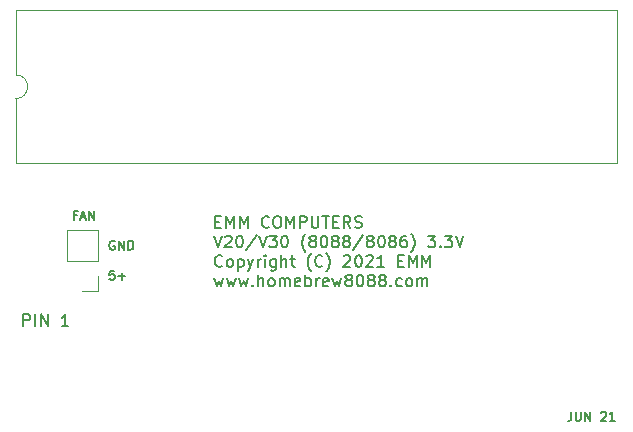
<source format=gbr>
G04 #@! TF.GenerationSoftware,KiCad,Pcbnew,(5.1.8)-1*
G04 #@! TF.CreationDate,2021-06-12T10:48:47-06:00*
G04 #@! TF.ProjectId,Single Chip,53696e67-6c65-4204-9368-69702e6b6963,rev?*
G04 #@! TF.SameCoordinates,Original*
G04 #@! TF.FileFunction,Legend,Top*
G04 #@! TF.FilePolarity,Positive*
%FSLAX46Y46*%
G04 Gerber Fmt 4.6, Leading zero omitted, Abs format (unit mm)*
G04 Created by KiCad (PCBNEW (5.1.8)-1) date 2021-06-12 10:48:47*
%MOMM*%
%LPD*%
G01*
G04 APERTURE LIST*
%ADD10C,0.150000*%
%ADD11C,0.120000*%
G04 APERTURE END LIST*
D10*
X170168642Y-100166714D02*
X170168642Y-100711000D01*
X170132357Y-100819857D01*
X170059785Y-100892428D01*
X169950928Y-100928714D01*
X169878357Y-100928714D01*
X170531500Y-100166714D02*
X170531500Y-100783571D01*
X170567785Y-100856142D01*
X170604071Y-100892428D01*
X170676642Y-100928714D01*
X170821785Y-100928714D01*
X170894357Y-100892428D01*
X170930642Y-100856142D01*
X170966928Y-100783571D01*
X170966928Y-100166714D01*
X171329785Y-100928714D02*
X171329785Y-100166714D01*
X171765214Y-100928714D01*
X171765214Y-100166714D01*
X172672357Y-100239285D02*
X172708642Y-100203000D01*
X172781214Y-100166714D01*
X172962642Y-100166714D01*
X173035214Y-100203000D01*
X173071500Y-100239285D01*
X173107785Y-100311857D01*
X173107785Y-100384428D01*
X173071500Y-100493285D01*
X172636071Y-100928714D01*
X173107785Y-100928714D01*
X173833500Y-100928714D02*
X173398071Y-100928714D01*
X173615785Y-100928714D02*
X173615785Y-100166714D01*
X173543214Y-100275571D01*
X173470642Y-100348142D01*
X173398071Y-100384428D01*
X128294928Y-83511571D02*
X128040928Y-83511571D01*
X128040928Y-83910714D02*
X128040928Y-83148714D01*
X128403785Y-83148714D01*
X128657785Y-83693000D02*
X129020642Y-83693000D01*
X128585214Y-83910714D02*
X128839214Y-83148714D01*
X129093214Y-83910714D01*
X129347214Y-83910714D02*
X129347214Y-83148714D01*
X129782642Y-83910714D01*
X129782642Y-83148714D01*
X123779595Y-92908380D02*
X123779595Y-91908380D01*
X124160547Y-91908380D01*
X124255785Y-91956000D01*
X124303404Y-92003619D01*
X124351023Y-92098857D01*
X124351023Y-92241714D01*
X124303404Y-92336952D01*
X124255785Y-92384571D01*
X124160547Y-92432190D01*
X123779595Y-92432190D01*
X124779595Y-92908380D02*
X124779595Y-91908380D01*
X125255785Y-92908380D02*
X125255785Y-91908380D01*
X125827214Y-92908380D01*
X125827214Y-91908380D01*
X127589119Y-92908380D02*
X127017690Y-92908380D01*
X127303404Y-92908380D02*
X127303404Y-91908380D01*
X127208166Y-92051238D01*
X127112928Y-92146476D01*
X127017690Y-92194095D01*
X131488071Y-85725000D02*
X131415500Y-85688714D01*
X131306642Y-85688714D01*
X131197785Y-85725000D01*
X131125214Y-85797571D01*
X131088928Y-85870142D01*
X131052642Y-86015285D01*
X131052642Y-86124142D01*
X131088928Y-86269285D01*
X131125214Y-86341857D01*
X131197785Y-86414428D01*
X131306642Y-86450714D01*
X131379214Y-86450714D01*
X131488071Y-86414428D01*
X131524357Y-86378142D01*
X131524357Y-86124142D01*
X131379214Y-86124142D01*
X131850928Y-86450714D02*
X131850928Y-85688714D01*
X132286357Y-86450714D01*
X132286357Y-85688714D01*
X132649214Y-86450714D02*
X132649214Y-85688714D01*
X132830642Y-85688714D01*
X132939500Y-85725000D01*
X133012071Y-85797571D01*
X133048357Y-85870142D01*
X133084642Y-86015285D01*
X133084642Y-86124142D01*
X133048357Y-86269285D01*
X133012071Y-86341857D01*
X132939500Y-86414428D01*
X132830642Y-86450714D01*
X132649214Y-86450714D01*
X131451785Y-88228714D02*
X131088928Y-88228714D01*
X131052642Y-88591571D01*
X131088928Y-88555285D01*
X131161500Y-88519000D01*
X131342928Y-88519000D01*
X131415500Y-88555285D01*
X131451785Y-88591571D01*
X131488071Y-88664142D01*
X131488071Y-88845571D01*
X131451785Y-88918142D01*
X131415500Y-88954428D01*
X131342928Y-88990714D01*
X131161500Y-88990714D01*
X131088928Y-88954428D01*
X131052642Y-88918142D01*
X131814642Y-88700428D02*
X132395214Y-88700428D01*
X132104928Y-88990714D02*
X132104928Y-88410142D01*
X140035595Y-84067571D02*
X140368928Y-84067571D01*
X140511785Y-84591380D02*
X140035595Y-84591380D01*
X140035595Y-83591380D01*
X140511785Y-83591380D01*
X140940357Y-84591380D02*
X140940357Y-83591380D01*
X141273690Y-84305666D01*
X141607023Y-83591380D01*
X141607023Y-84591380D01*
X142083214Y-84591380D02*
X142083214Y-83591380D01*
X142416547Y-84305666D01*
X142749880Y-83591380D01*
X142749880Y-84591380D01*
X144559404Y-84496142D02*
X144511785Y-84543761D01*
X144368928Y-84591380D01*
X144273690Y-84591380D01*
X144130833Y-84543761D01*
X144035595Y-84448523D01*
X143987976Y-84353285D01*
X143940357Y-84162809D01*
X143940357Y-84019952D01*
X143987976Y-83829476D01*
X144035595Y-83734238D01*
X144130833Y-83639000D01*
X144273690Y-83591380D01*
X144368928Y-83591380D01*
X144511785Y-83639000D01*
X144559404Y-83686619D01*
X145178452Y-83591380D02*
X145368928Y-83591380D01*
X145464166Y-83639000D01*
X145559404Y-83734238D01*
X145607023Y-83924714D01*
X145607023Y-84258047D01*
X145559404Y-84448523D01*
X145464166Y-84543761D01*
X145368928Y-84591380D01*
X145178452Y-84591380D01*
X145083214Y-84543761D01*
X144987976Y-84448523D01*
X144940357Y-84258047D01*
X144940357Y-83924714D01*
X144987976Y-83734238D01*
X145083214Y-83639000D01*
X145178452Y-83591380D01*
X146035595Y-84591380D02*
X146035595Y-83591380D01*
X146368928Y-84305666D01*
X146702261Y-83591380D01*
X146702261Y-84591380D01*
X147178452Y-84591380D02*
X147178452Y-83591380D01*
X147559404Y-83591380D01*
X147654642Y-83639000D01*
X147702261Y-83686619D01*
X147749880Y-83781857D01*
X147749880Y-83924714D01*
X147702261Y-84019952D01*
X147654642Y-84067571D01*
X147559404Y-84115190D01*
X147178452Y-84115190D01*
X148178452Y-83591380D02*
X148178452Y-84400904D01*
X148226071Y-84496142D01*
X148273690Y-84543761D01*
X148368928Y-84591380D01*
X148559404Y-84591380D01*
X148654642Y-84543761D01*
X148702261Y-84496142D01*
X148749880Y-84400904D01*
X148749880Y-83591380D01*
X149083214Y-83591380D02*
X149654642Y-83591380D01*
X149368928Y-84591380D02*
X149368928Y-83591380D01*
X149987976Y-84067571D02*
X150321309Y-84067571D01*
X150464166Y-84591380D02*
X149987976Y-84591380D01*
X149987976Y-83591380D01*
X150464166Y-83591380D01*
X151464166Y-84591380D02*
X151130833Y-84115190D01*
X150892738Y-84591380D02*
X150892738Y-83591380D01*
X151273690Y-83591380D01*
X151368928Y-83639000D01*
X151416547Y-83686619D01*
X151464166Y-83781857D01*
X151464166Y-83924714D01*
X151416547Y-84019952D01*
X151368928Y-84067571D01*
X151273690Y-84115190D01*
X150892738Y-84115190D01*
X151845119Y-84543761D02*
X151987976Y-84591380D01*
X152226071Y-84591380D01*
X152321309Y-84543761D01*
X152368928Y-84496142D01*
X152416547Y-84400904D01*
X152416547Y-84305666D01*
X152368928Y-84210428D01*
X152321309Y-84162809D01*
X152226071Y-84115190D01*
X152035595Y-84067571D01*
X151940357Y-84019952D01*
X151892738Y-83972333D01*
X151845119Y-83877095D01*
X151845119Y-83781857D01*
X151892738Y-83686619D01*
X151940357Y-83639000D01*
X152035595Y-83591380D01*
X152273690Y-83591380D01*
X152416547Y-83639000D01*
X139892738Y-85241380D02*
X140226071Y-86241380D01*
X140559404Y-85241380D01*
X140845119Y-85336619D02*
X140892738Y-85289000D01*
X140987976Y-85241380D01*
X141226071Y-85241380D01*
X141321309Y-85289000D01*
X141368928Y-85336619D01*
X141416547Y-85431857D01*
X141416547Y-85527095D01*
X141368928Y-85669952D01*
X140797500Y-86241380D01*
X141416547Y-86241380D01*
X142035595Y-85241380D02*
X142130833Y-85241380D01*
X142226071Y-85289000D01*
X142273690Y-85336619D01*
X142321309Y-85431857D01*
X142368928Y-85622333D01*
X142368928Y-85860428D01*
X142321309Y-86050904D01*
X142273690Y-86146142D01*
X142226071Y-86193761D01*
X142130833Y-86241380D01*
X142035595Y-86241380D01*
X141940357Y-86193761D01*
X141892738Y-86146142D01*
X141845119Y-86050904D01*
X141797500Y-85860428D01*
X141797500Y-85622333D01*
X141845119Y-85431857D01*
X141892738Y-85336619D01*
X141940357Y-85289000D01*
X142035595Y-85241380D01*
X143511785Y-85193761D02*
X142654642Y-86479476D01*
X143702261Y-85241380D02*
X144035595Y-86241380D01*
X144368928Y-85241380D01*
X144607023Y-85241380D02*
X145226071Y-85241380D01*
X144892738Y-85622333D01*
X145035595Y-85622333D01*
X145130833Y-85669952D01*
X145178452Y-85717571D01*
X145226071Y-85812809D01*
X145226071Y-86050904D01*
X145178452Y-86146142D01*
X145130833Y-86193761D01*
X145035595Y-86241380D01*
X144749880Y-86241380D01*
X144654642Y-86193761D01*
X144607023Y-86146142D01*
X145845119Y-85241380D02*
X145940357Y-85241380D01*
X146035595Y-85289000D01*
X146083214Y-85336619D01*
X146130833Y-85431857D01*
X146178452Y-85622333D01*
X146178452Y-85860428D01*
X146130833Y-86050904D01*
X146083214Y-86146142D01*
X146035595Y-86193761D01*
X145940357Y-86241380D01*
X145845119Y-86241380D01*
X145749880Y-86193761D01*
X145702261Y-86146142D01*
X145654642Y-86050904D01*
X145607023Y-85860428D01*
X145607023Y-85622333D01*
X145654642Y-85431857D01*
X145702261Y-85336619D01*
X145749880Y-85289000D01*
X145845119Y-85241380D01*
X147654642Y-86622333D02*
X147607023Y-86574714D01*
X147511785Y-86431857D01*
X147464166Y-86336619D01*
X147416547Y-86193761D01*
X147368928Y-85955666D01*
X147368928Y-85765190D01*
X147416547Y-85527095D01*
X147464166Y-85384238D01*
X147511785Y-85289000D01*
X147607023Y-85146142D01*
X147654642Y-85098523D01*
X148178452Y-85669952D02*
X148083214Y-85622333D01*
X148035595Y-85574714D01*
X147987976Y-85479476D01*
X147987976Y-85431857D01*
X148035595Y-85336619D01*
X148083214Y-85289000D01*
X148178452Y-85241380D01*
X148368928Y-85241380D01*
X148464166Y-85289000D01*
X148511785Y-85336619D01*
X148559404Y-85431857D01*
X148559404Y-85479476D01*
X148511785Y-85574714D01*
X148464166Y-85622333D01*
X148368928Y-85669952D01*
X148178452Y-85669952D01*
X148083214Y-85717571D01*
X148035595Y-85765190D01*
X147987976Y-85860428D01*
X147987976Y-86050904D01*
X148035595Y-86146142D01*
X148083214Y-86193761D01*
X148178452Y-86241380D01*
X148368928Y-86241380D01*
X148464166Y-86193761D01*
X148511785Y-86146142D01*
X148559404Y-86050904D01*
X148559404Y-85860428D01*
X148511785Y-85765190D01*
X148464166Y-85717571D01*
X148368928Y-85669952D01*
X149178452Y-85241380D02*
X149273690Y-85241380D01*
X149368928Y-85289000D01*
X149416547Y-85336619D01*
X149464166Y-85431857D01*
X149511785Y-85622333D01*
X149511785Y-85860428D01*
X149464166Y-86050904D01*
X149416547Y-86146142D01*
X149368928Y-86193761D01*
X149273690Y-86241380D01*
X149178452Y-86241380D01*
X149083214Y-86193761D01*
X149035595Y-86146142D01*
X148987976Y-86050904D01*
X148940357Y-85860428D01*
X148940357Y-85622333D01*
X148987976Y-85431857D01*
X149035595Y-85336619D01*
X149083214Y-85289000D01*
X149178452Y-85241380D01*
X150083214Y-85669952D02*
X149987976Y-85622333D01*
X149940357Y-85574714D01*
X149892738Y-85479476D01*
X149892738Y-85431857D01*
X149940357Y-85336619D01*
X149987976Y-85289000D01*
X150083214Y-85241380D01*
X150273690Y-85241380D01*
X150368928Y-85289000D01*
X150416547Y-85336619D01*
X150464166Y-85431857D01*
X150464166Y-85479476D01*
X150416547Y-85574714D01*
X150368928Y-85622333D01*
X150273690Y-85669952D01*
X150083214Y-85669952D01*
X149987976Y-85717571D01*
X149940357Y-85765190D01*
X149892738Y-85860428D01*
X149892738Y-86050904D01*
X149940357Y-86146142D01*
X149987976Y-86193761D01*
X150083214Y-86241380D01*
X150273690Y-86241380D01*
X150368928Y-86193761D01*
X150416547Y-86146142D01*
X150464166Y-86050904D01*
X150464166Y-85860428D01*
X150416547Y-85765190D01*
X150368928Y-85717571D01*
X150273690Y-85669952D01*
X151035595Y-85669952D02*
X150940357Y-85622333D01*
X150892738Y-85574714D01*
X150845119Y-85479476D01*
X150845119Y-85431857D01*
X150892738Y-85336619D01*
X150940357Y-85289000D01*
X151035595Y-85241380D01*
X151226071Y-85241380D01*
X151321309Y-85289000D01*
X151368928Y-85336619D01*
X151416547Y-85431857D01*
X151416547Y-85479476D01*
X151368928Y-85574714D01*
X151321309Y-85622333D01*
X151226071Y-85669952D01*
X151035595Y-85669952D01*
X150940357Y-85717571D01*
X150892738Y-85765190D01*
X150845119Y-85860428D01*
X150845119Y-86050904D01*
X150892738Y-86146142D01*
X150940357Y-86193761D01*
X151035595Y-86241380D01*
X151226071Y-86241380D01*
X151321309Y-86193761D01*
X151368928Y-86146142D01*
X151416547Y-86050904D01*
X151416547Y-85860428D01*
X151368928Y-85765190D01*
X151321309Y-85717571D01*
X151226071Y-85669952D01*
X152559404Y-85193761D02*
X151702261Y-86479476D01*
X153035595Y-85669952D02*
X152940357Y-85622333D01*
X152892738Y-85574714D01*
X152845119Y-85479476D01*
X152845119Y-85431857D01*
X152892738Y-85336619D01*
X152940357Y-85289000D01*
X153035595Y-85241380D01*
X153226071Y-85241380D01*
X153321309Y-85289000D01*
X153368928Y-85336619D01*
X153416547Y-85431857D01*
X153416547Y-85479476D01*
X153368928Y-85574714D01*
X153321309Y-85622333D01*
X153226071Y-85669952D01*
X153035595Y-85669952D01*
X152940357Y-85717571D01*
X152892738Y-85765190D01*
X152845119Y-85860428D01*
X152845119Y-86050904D01*
X152892738Y-86146142D01*
X152940357Y-86193761D01*
X153035595Y-86241380D01*
X153226071Y-86241380D01*
X153321309Y-86193761D01*
X153368928Y-86146142D01*
X153416547Y-86050904D01*
X153416547Y-85860428D01*
X153368928Y-85765190D01*
X153321309Y-85717571D01*
X153226071Y-85669952D01*
X154035595Y-85241380D02*
X154130833Y-85241380D01*
X154226071Y-85289000D01*
X154273690Y-85336619D01*
X154321309Y-85431857D01*
X154368928Y-85622333D01*
X154368928Y-85860428D01*
X154321309Y-86050904D01*
X154273690Y-86146142D01*
X154226071Y-86193761D01*
X154130833Y-86241380D01*
X154035595Y-86241380D01*
X153940357Y-86193761D01*
X153892738Y-86146142D01*
X153845119Y-86050904D01*
X153797500Y-85860428D01*
X153797500Y-85622333D01*
X153845119Y-85431857D01*
X153892738Y-85336619D01*
X153940357Y-85289000D01*
X154035595Y-85241380D01*
X154940357Y-85669952D02*
X154845119Y-85622333D01*
X154797500Y-85574714D01*
X154749880Y-85479476D01*
X154749880Y-85431857D01*
X154797500Y-85336619D01*
X154845119Y-85289000D01*
X154940357Y-85241380D01*
X155130833Y-85241380D01*
X155226071Y-85289000D01*
X155273690Y-85336619D01*
X155321309Y-85431857D01*
X155321309Y-85479476D01*
X155273690Y-85574714D01*
X155226071Y-85622333D01*
X155130833Y-85669952D01*
X154940357Y-85669952D01*
X154845119Y-85717571D01*
X154797500Y-85765190D01*
X154749880Y-85860428D01*
X154749880Y-86050904D01*
X154797500Y-86146142D01*
X154845119Y-86193761D01*
X154940357Y-86241380D01*
X155130833Y-86241380D01*
X155226071Y-86193761D01*
X155273690Y-86146142D01*
X155321309Y-86050904D01*
X155321309Y-85860428D01*
X155273690Y-85765190D01*
X155226071Y-85717571D01*
X155130833Y-85669952D01*
X156178452Y-85241380D02*
X155987976Y-85241380D01*
X155892738Y-85289000D01*
X155845119Y-85336619D01*
X155749880Y-85479476D01*
X155702261Y-85669952D01*
X155702261Y-86050904D01*
X155749880Y-86146142D01*
X155797500Y-86193761D01*
X155892738Y-86241380D01*
X156083214Y-86241380D01*
X156178452Y-86193761D01*
X156226071Y-86146142D01*
X156273690Y-86050904D01*
X156273690Y-85812809D01*
X156226071Y-85717571D01*
X156178452Y-85669952D01*
X156083214Y-85622333D01*
X155892738Y-85622333D01*
X155797500Y-85669952D01*
X155749880Y-85717571D01*
X155702261Y-85812809D01*
X156607023Y-86622333D02*
X156654642Y-86574714D01*
X156749880Y-86431857D01*
X156797500Y-86336619D01*
X156845119Y-86193761D01*
X156892738Y-85955666D01*
X156892738Y-85765190D01*
X156845119Y-85527095D01*
X156797500Y-85384238D01*
X156749880Y-85289000D01*
X156654642Y-85146142D01*
X156607023Y-85098523D01*
X158035595Y-85241380D02*
X158654642Y-85241380D01*
X158321309Y-85622333D01*
X158464166Y-85622333D01*
X158559404Y-85669952D01*
X158607023Y-85717571D01*
X158654642Y-85812809D01*
X158654642Y-86050904D01*
X158607023Y-86146142D01*
X158559404Y-86193761D01*
X158464166Y-86241380D01*
X158178452Y-86241380D01*
X158083214Y-86193761D01*
X158035595Y-86146142D01*
X159083214Y-86146142D02*
X159130833Y-86193761D01*
X159083214Y-86241380D01*
X159035595Y-86193761D01*
X159083214Y-86146142D01*
X159083214Y-86241380D01*
X159464166Y-85241380D02*
X160083214Y-85241380D01*
X159749880Y-85622333D01*
X159892738Y-85622333D01*
X159987976Y-85669952D01*
X160035595Y-85717571D01*
X160083214Y-85812809D01*
X160083214Y-86050904D01*
X160035595Y-86146142D01*
X159987976Y-86193761D01*
X159892738Y-86241380D01*
X159607023Y-86241380D01*
X159511785Y-86193761D01*
X159464166Y-86146142D01*
X160368928Y-85241380D02*
X160702261Y-86241380D01*
X161035595Y-85241380D01*
X140607023Y-87796142D02*
X140559404Y-87843761D01*
X140416547Y-87891380D01*
X140321309Y-87891380D01*
X140178452Y-87843761D01*
X140083214Y-87748523D01*
X140035595Y-87653285D01*
X139987976Y-87462809D01*
X139987976Y-87319952D01*
X140035595Y-87129476D01*
X140083214Y-87034238D01*
X140178452Y-86939000D01*
X140321309Y-86891380D01*
X140416547Y-86891380D01*
X140559404Y-86939000D01*
X140607023Y-86986619D01*
X141178452Y-87891380D02*
X141083214Y-87843761D01*
X141035595Y-87796142D01*
X140987976Y-87700904D01*
X140987976Y-87415190D01*
X141035595Y-87319952D01*
X141083214Y-87272333D01*
X141178452Y-87224714D01*
X141321309Y-87224714D01*
X141416547Y-87272333D01*
X141464166Y-87319952D01*
X141511785Y-87415190D01*
X141511785Y-87700904D01*
X141464166Y-87796142D01*
X141416547Y-87843761D01*
X141321309Y-87891380D01*
X141178452Y-87891380D01*
X141940357Y-87224714D02*
X141940357Y-88224714D01*
X141940357Y-87272333D02*
X142035595Y-87224714D01*
X142226071Y-87224714D01*
X142321309Y-87272333D01*
X142368928Y-87319952D01*
X142416547Y-87415190D01*
X142416547Y-87700904D01*
X142368928Y-87796142D01*
X142321309Y-87843761D01*
X142226071Y-87891380D01*
X142035595Y-87891380D01*
X141940357Y-87843761D01*
X142749880Y-87224714D02*
X142987976Y-87891380D01*
X143226071Y-87224714D02*
X142987976Y-87891380D01*
X142892738Y-88129476D01*
X142845119Y-88177095D01*
X142749880Y-88224714D01*
X143607023Y-87891380D02*
X143607023Y-87224714D01*
X143607023Y-87415190D02*
X143654642Y-87319952D01*
X143702261Y-87272333D01*
X143797500Y-87224714D01*
X143892738Y-87224714D01*
X144226071Y-87891380D02*
X144226071Y-87224714D01*
X144226071Y-86891380D02*
X144178452Y-86939000D01*
X144226071Y-86986619D01*
X144273690Y-86939000D01*
X144226071Y-86891380D01*
X144226071Y-86986619D01*
X145130833Y-87224714D02*
X145130833Y-88034238D01*
X145083214Y-88129476D01*
X145035595Y-88177095D01*
X144940357Y-88224714D01*
X144797500Y-88224714D01*
X144702261Y-88177095D01*
X145130833Y-87843761D02*
X145035595Y-87891380D01*
X144845119Y-87891380D01*
X144749880Y-87843761D01*
X144702261Y-87796142D01*
X144654642Y-87700904D01*
X144654642Y-87415190D01*
X144702261Y-87319952D01*
X144749880Y-87272333D01*
X144845119Y-87224714D01*
X145035595Y-87224714D01*
X145130833Y-87272333D01*
X145607023Y-87891380D02*
X145607023Y-86891380D01*
X146035595Y-87891380D02*
X146035595Y-87367571D01*
X145987976Y-87272333D01*
X145892738Y-87224714D01*
X145749880Y-87224714D01*
X145654642Y-87272333D01*
X145607023Y-87319952D01*
X146368928Y-87224714D02*
X146749880Y-87224714D01*
X146511785Y-86891380D02*
X146511785Y-87748523D01*
X146559404Y-87843761D01*
X146654642Y-87891380D01*
X146749880Y-87891380D01*
X148130833Y-88272333D02*
X148083214Y-88224714D01*
X147987976Y-88081857D01*
X147940357Y-87986619D01*
X147892738Y-87843761D01*
X147845119Y-87605666D01*
X147845119Y-87415190D01*
X147892738Y-87177095D01*
X147940357Y-87034238D01*
X147987976Y-86939000D01*
X148083214Y-86796142D01*
X148130833Y-86748523D01*
X149083214Y-87796142D02*
X149035595Y-87843761D01*
X148892738Y-87891380D01*
X148797500Y-87891380D01*
X148654642Y-87843761D01*
X148559404Y-87748523D01*
X148511785Y-87653285D01*
X148464166Y-87462809D01*
X148464166Y-87319952D01*
X148511785Y-87129476D01*
X148559404Y-87034238D01*
X148654642Y-86939000D01*
X148797500Y-86891380D01*
X148892738Y-86891380D01*
X149035595Y-86939000D01*
X149083214Y-86986619D01*
X149416547Y-88272333D02*
X149464166Y-88224714D01*
X149559404Y-88081857D01*
X149607023Y-87986619D01*
X149654642Y-87843761D01*
X149702261Y-87605666D01*
X149702261Y-87415190D01*
X149654642Y-87177095D01*
X149607023Y-87034238D01*
X149559404Y-86939000D01*
X149464166Y-86796142D01*
X149416547Y-86748523D01*
X150892738Y-86986619D02*
X150940357Y-86939000D01*
X151035595Y-86891380D01*
X151273690Y-86891380D01*
X151368928Y-86939000D01*
X151416547Y-86986619D01*
X151464166Y-87081857D01*
X151464166Y-87177095D01*
X151416547Y-87319952D01*
X150845119Y-87891380D01*
X151464166Y-87891380D01*
X152083214Y-86891380D02*
X152178452Y-86891380D01*
X152273690Y-86939000D01*
X152321309Y-86986619D01*
X152368928Y-87081857D01*
X152416547Y-87272333D01*
X152416547Y-87510428D01*
X152368928Y-87700904D01*
X152321309Y-87796142D01*
X152273690Y-87843761D01*
X152178452Y-87891380D01*
X152083214Y-87891380D01*
X151987976Y-87843761D01*
X151940357Y-87796142D01*
X151892738Y-87700904D01*
X151845119Y-87510428D01*
X151845119Y-87272333D01*
X151892738Y-87081857D01*
X151940357Y-86986619D01*
X151987976Y-86939000D01*
X152083214Y-86891380D01*
X152797500Y-86986619D02*
X152845119Y-86939000D01*
X152940357Y-86891380D01*
X153178452Y-86891380D01*
X153273690Y-86939000D01*
X153321309Y-86986619D01*
X153368928Y-87081857D01*
X153368928Y-87177095D01*
X153321309Y-87319952D01*
X152749880Y-87891380D01*
X153368928Y-87891380D01*
X154321309Y-87891380D02*
X153749880Y-87891380D01*
X154035595Y-87891380D02*
X154035595Y-86891380D01*
X153940357Y-87034238D01*
X153845119Y-87129476D01*
X153749880Y-87177095D01*
X155511785Y-87367571D02*
X155845119Y-87367571D01*
X155987976Y-87891380D02*
X155511785Y-87891380D01*
X155511785Y-86891380D01*
X155987976Y-86891380D01*
X156416547Y-87891380D02*
X156416547Y-86891380D01*
X156749880Y-87605666D01*
X157083214Y-86891380D01*
X157083214Y-87891380D01*
X157559404Y-87891380D02*
X157559404Y-86891380D01*
X157892738Y-87605666D01*
X158226071Y-86891380D01*
X158226071Y-87891380D01*
X139940357Y-88874714D02*
X140130833Y-89541380D01*
X140321309Y-89065190D01*
X140511785Y-89541380D01*
X140702261Y-88874714D01*
X140987976Y-88874714D02*
X141178452Y-89541380D01*
X141368928Y-89065190D01*
X141559404Y-89541380D01*
X141749880Y-88874714D01*
X142035595Y-88874714D02*
X142226071Y-89541380D01*
X142416547Y-89065190D01*
X142607023Y-89541380D01*
X142797500Y-88874714D01*
X143178452Y-89446142D02*
X143226071Y-89493761D01*
X143178452Y-89541380D01*
X143130833Y-89493761D01*
X143178452Y-89446142D01*
X143178452Y-89541380D01*
X143654642Y-89541380D02*
X143654642Y-88541380D01*
X144083214Y-89541380D02*
X144083214Y-89017571D01*
X144035595Y-88922333D01*
X143940357Y-88874714D01*
X143797500Y-88874714D01*
X143702261Y-88922333D01*
X143654642Y-88969952D01*
X144702261Y-89541380D02*
X144607023Y-89493761D01*
X144559404Y-89446142D01*
X144511785Y-89350904D01*
X144511785Y-89065190D01*
X144559404Y-88969952D01*
X144607023Y-88922333D01*
X144702261Y-88874714D01*
X144845119Y-88874714D01*
X144940357Y-88922333D01*
X144987976Y-88969952D01*
X145035595Y-89065190D01*
X145035595Y-89350904D01*
X144987976Y-89446142D01*
X144940357Y-89493761D01*
X144845119Y-89541380D01*
X144702261Y-89541380D01*
X145464166Y-89541380D02*
X145464166Y-88874714D01*
X145464166Y-88969952D02*
X145511785Y-88922333D01*
X145607023Y-88874714D01*
X145749880Y-88874714D01*
X145845119Y-88922333D01*
X145892738Y-89017571D01*
X145892738Y-89541380D01*
X145892738Y-89017571D02*
X145940357Y-88922333D01*
X146035595Y-88874714D01*
X146178452Y-88874714D01*
X146273690Y-88922333D01*
X146321309Y-89017571D01*
X146321309Y-89541380D01*
X147178452Y-89493761D02*
X147083214Y-89541380D01*
X146892738Y-89541380D01*
X146797500Y-89493761D01*
X146749880Y-89398523D01*
X146749880Y-89017571D01*
X146797500Y-88922333D01*
X146892738Y-88874714D01*
X147083214Y-88874714D01*
X147178452Y-88922333D01*
X147226071Y-89017571D01*
X147226071Y-89112809D01*
X146749880Y-89208047D01*
X147654642Y-89541380D02*
X147654642Y-88541380D01*
X147654642Y-88922333D02*
X147749880Y-88874714D01*
X147940357Y-88874714D01*
X148035595Y-88922333D01*
X148083214Y-88969952D01*
X148130833Y-89065190D01*
X148130833Y-89350904D01*
X148083214Y-89446142D01*
X148035595Y-89493761D01*
X147940357Y-89541380D01*
X147749880Y-89541380D01*
X147654642Y-89493761D01*
X148559404Y-89541380D02*
X148559404Y-88874714D01*
X148559404Y-89065190D02*
X148607023Y-88969952D01*
X148654642Y-88922333D01*
X148749880Y-88874714D01*
X148845119Y-88874714D01*
X149559404Y-89493761D02*
X149464166Y-89541380D01*
X149273690Y-89541380D01*
X149178452Y-89493761D01*
X149130833Y-89398523D01*
X149130833Y-89017571D01*
X149178452Y-88922333D01*
X149273690Y-88874714D01*
X149464166Y-88874714D01*
X149559404Y-88922333D01*
X149607023Y-89017571D01*
X149607023Y-89112809D01*
X149130833Y-89208047D01*
X149940357Y-88874714D02*
X150130833Y-89541380D01*
X150321309Y-89065190D01*
X150511785Y-89541380D01*
X150702261Y-88874714D01*
X151226071Y-88969952D02*
X151130833Y-88922333D01*
X151083214Y-88874714D01*
X151035595Y-88779476D01*
X151035595Y-88731857D01*
X151083214Y-88636619D01*
X151130833Y-88589000D01*
X151226071Y-88541380D01*
X151416547Y-88541380D01*
X151511785Y-88589000D01*
X151559404Y-88636619D01*
X151607023Y-88731857D01*
X151607023Y-88779476D01*
X151559404Y-88874714D01*
X151511785Y-88922333D01*
X151416547Y-88969952D01*
X151226071Y-88969952D01*
X151130833Y-89017571D01*
X151083214Y-89065190D01*
X151035595Y-89160428D01*
X151035595Y-89350904D01*
X151083214Y-89446142D01*
X151130833Y-89493761D01*
X151226071Y-89541380D01*
X151416547Y-89541380D01*
X151511785Y-89493761D01*
X151559404Y-89446142D01*
X151607023Y-89350904D01*
X151607023Y-89160428D01*
X151559404Y-89065190D01*
X151511785Y-89017571D01*
X151416547Y-88969952D01*
X152226071Y-88541380D02*
X152321309Y-88541380D01*
X152416547Y-88589000D01*
X152464166Y-88636619D01*
X152511785Y-88731857D01*
X152559404Y-88922333D01*
X152559404Y-89160428D01*
X152511785Y-89350904D01*
X152464166Y-89446142D01*
X152416547Y-89493761D01*
X152321309Y-89541380D01*
X152226071Y-89541380D01*
X152130833Y-89493761D01*
X152083214Y-89446142D01*
X152035595Y-89350904D01*
X151987976Y-89160428D01*
X151987976Y-88922333D01*
X152035595Y-88731857D01*
X152083214Y-88636619D01*
X152130833Y-88589000D01*
X152226071Y-88541380D01*
X153130833Y-88969952D02*
X153035595Y-88922333D01*
X152987976Y-88874714D01*
X152940357Y-88779476D01*
X152940357Y-88731857D01*
X152987976Y-88636619D01*
X153035595Y-88589000D01*
X153130833Y-88541380D01*
X153321309Y-88541380D01*
X153416547Y-88589000D01*
X153464166Y-88636619D01*
X153511785Y-88731857D01*
X153511785Y-88779476D01*
X153464166Y-88874714D01*
X153416547Y-88922333D01*
X153321309Y-88969952D01*
X153130833Y-88969952D01*
X153035595Y-89017571D01*
X152987976Y-89065190D01*
X152940357Y-89160428D01*
X152940357Y-89350904D01*
X152987976Y-89446142D01*
X153035595Y-89493761D01*
X153130833Y-89541380D01*
X153321309Y-89541380D01*
X153416547Y-89493761D01*
X153464166Y-89446142D01*
X153511785Y-89350904D01*
X153511785Y-89160428D01*
X153464166Y-89065190D01*
X153416547Y-89017571D01*
X153321309Y-88969952D01*
X154083214Y-88969952D02*
X153987976Y-88922333D01*
X153940357Y-88874714D01*
X153892738Y-88779476D01*
X153892738Y-88731857D01*
X153940357Y-88636619D01*
X153987976Y-88589000D01*
X154083214Y-88541380D01*
X154273690Y-88541380D01*
X154368928Y-88589000D01*
X154416547Y-88636619D01*
X154464166Y-88731857D01*
X154464166Y-88779476D01*
X154416547Y-88874714D01*
X154368928Y-88922333D01*
X154273690Y-88969952D01*
X154083214Y-88969952D01*
X153987976Y-89017571D01*
X153940357Y-89065190D01*
X153892738Y-89160428D01*
X153892738Y-89350904D01*
X153940357Y-89446142D01*
X153987976Y-89493761D01*
X154083214Y-89541380D01*
X154273690Y-89541380D01*
X154368928Y-89493761D01*
X154416547Y-89446142D01*
X154464166Y-89350904D01*
X154464166Y-89160428D01*
X154416547Y-89065190D01*
X154368928Y-89017571D01*
X154273690Y-88969952D01*
X154892738Y-89446142D02*
X154940357Y-89493761D01*
X154892738Y-89541380D01*
X154845119Y-89493761D01*
X154892738Y-89446142D01*
X154892738Y-89541380D01*
X155797500Y-89493761D02*
X155702261Y-89541380D01*
X155511785Y-89541380D01*
X155416547Y-89493761D01*
X155368928Y-89446142D01*
X155321309Y-89350904D01*
X155321309Y-89065190D01*
X155368928Y-88969952D01*
X155416547Y-88922333D01*
X155511785Y-88874714D01*
X155702261Y-88874714D01*
X155797500Y-88922333D01*
X156368928Y-89541380D02*
X156273690Y-89493761D01*
X156226071Y-89446142D01*
X156178452Y-89350904D01*
X156178452Y-89065190D01*
X156226071Y-88969952D01*
X156273690Y-88922333D01*
X156368928Y-88874714D01*
X156511785Y-88874714D01*
X156607023Y-88922333D01*
X156654642Y-88969952D01*
X156702261Y-89065190D01*
X156702261Y-89350904D01*
X156654642Y-89446142D01*
X156607023Y-89493761D01*
X156511785Y-89541380D01*
X156368928Y-89541380D01*
X157130833Y-89541380D02*
X157130833Y-88874714D01*
X157130833Y-88969952D02*
X157178452Y-88922333D01*
X157273690Y-88874714D01*
X157416547Y-88874714D01*
X157511785Y-88922333D01*
X157559404Y-89017571D01*
X157559404Y-89541380D01*
X157559404Y-89017571D02*
X157607023Y-88922333D01*
X157702261Y-88874714D01*
X157845119Y-88874714D01*
X157940357Y-88922333D01*
X157987976Y-89017571D01*
X157987976Y-89541380D01*
D11*
X130108000Y-84776000D02*
X127448000Y-84776000D01*
X130108000Y-87376000D02*
X130108000Y-84776000D01*
X127448000Y-87376000D02*
X127448000Y-84776000D01*
X130108000Y-87376000D02*
X127448000Y-87376000D01*
X130108000Y-88646000D02*
X130108000Y-89976000D01*
X130108000Y-89976000D02*
X128778000Y-89976000D01*
X123130000Y-66184000D02*
X123130000Y-71644000D01*
X174050000Y-66184000D02*
X123130000Y-66184000D01*
X174050000Y-79104000D02*
X174050000Y-66184000D01*
X123130000Y-79104000D02*
X174050000Y-79104000D01*
X123130000Y-73644000D02*
X123130000Y-79104000D01*
X123130000Y-71644000D02*
G75*
G02*
X123130000Y-73644000I0J-1000000D01*
G01*
M02*

</source>
